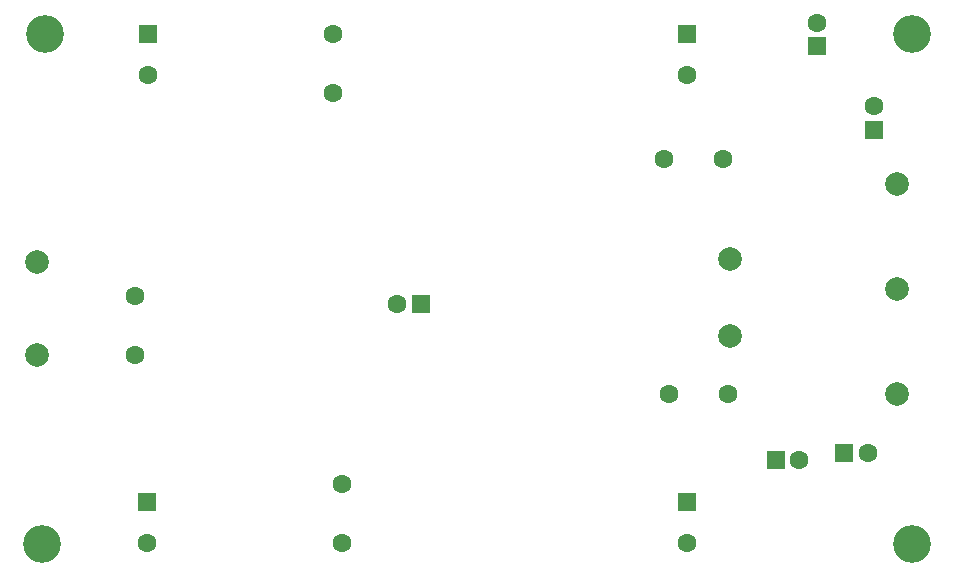
<source format=gbr>
G04 #@! TF.GenerationSoftware,KiCad,Pcbnew,(5.1.8-0-10_14)*
G04 #@! TF.CreationDate,2020-12-12T20:12:21+01:00*
G04 #@! TF.ProjectId,pre-amp-discret,7072652d-616d-4702-9d64-697363726574,rev?*
G04 #@! TF.SameCoordinates,Original*
G04 #@! TF.FileFunction,Soldermask,Bot*
G04 #@! TF.FilePolarity,Negative*
%FSLAX46Y46*%
G04 Gerber Fmt 4.6, Leading zero omitted, Abs format (unit mm)*
G04 Created by KiCad (PCBNEW (5.1.8-0-10_14)) date 2020-12-12 20:12:21*
%MOMM*%
%LPD*%
G01*
G04 APERTURE LIST*
%ADD10C,1.600000*%
%ADD11R,1.600000X1.600000*%
%ADD12C,2.000000*%
%ADD13C,3.200000*%
G04 APERTURE END LIST*
D10*
X156115000Y-123190000D03*
D11*
X158115000Y-123190000D03*
D10*
X134937500Y-143383000D03*
D11*
X134937500Y-139883000D03*
D10*
X135001000Y-103766500D03*
D11*
X135001000Y-100266500D03*
D10*
X180594000Y-143390500D03*
D11*
X180594000Y-139890500D03*
D10*
X180594000Y-103766500D03*
D11*
X180594000Y-100266500D03*
D10*
X190150500Y-136398000D03*
D11*
X188150500Y-136398000D03*
D10*
X195929000Y-135763000D03*
D11*
X193929000Y-135763000D03*
D10*
X191643000Y-99346000D03*
D11*
X191643000Y-101346000D03*
D10*
X196469000Y-106426000D03*
D11*
X196469000Y-108426000D03*
D10*
X151447500Y-138383000D03*
X151447500Y-143383000D03*
X150622000Y-100266500D03*
X150622000Y-105266500D03*
X184133500Y-130810000D03*
X179133500Y-130810000D03*
X178642000Y-110871000D03*
X183642000Y-110871000D03*
D12*
X184302400Y-119354600D03*
X184251600Y-125907800D03*
X198374000Y-121920000D03*
X125603000Y-127508000D03*
X198374000Y-130810000D03*
X125603000Y-119634000D03*
X198374000Y-113030000D03*
D13*
X126238000Y-100330000D03*
X125984000Y-143510000D03*
X199644000Y-143510000D03*
X199644000Y-100330000D03*
D10*
X133858000Y-127491500D03*
X133858000Y-122491500D03*
M02*

</source>
